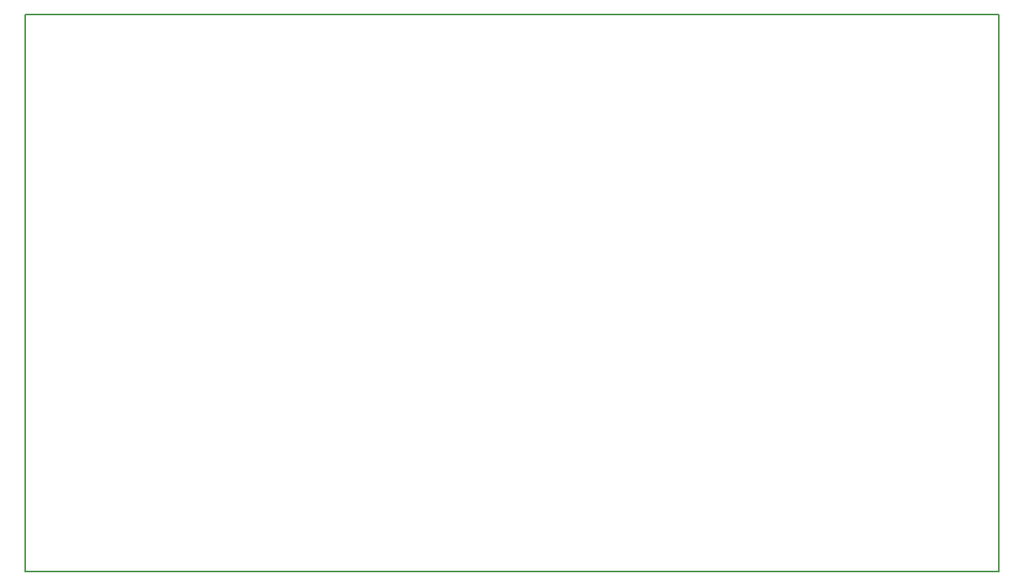
<source format=gm1>
G04 #@! TF.GenerationSoftware,KiCad,Pcbnew,7.0.7*
G04 #@! TF.CreationDate,2023-12-18T21:44:51-05:00*
G04 #@! TF.ProjectId,central_hub,63656e74-7261-46c5-9f68-75622e6b6963,rev?*
G04 #@! TF.SameCoordinates,Original*
G04 #@! TF.FileFunction,Profile,NP*
%FSLAX46Y46*%
G04 Gerber Fmt 4.6, Leading zero omitted, Abs format (unit mm)*
G04 Created by KiCad (PCBNEW 7.0.7) date 2023-12-18 21:44:51*
%MOMM*%
%LPD*%
G01*
G04 APERTURE LIST*
G04 #@! TA.AperFunction,Profile*
%ADD10C,0.200000*%
G04 #@! TD*
G04 APERTURE END LIST*
D10*
X58503167Y-40407206D02*
X166543167Y-40407206D01*
X166543167Y-102147206D01*
X58503167Y-102147206D01*
X58503167Y-40407206D01*
M02*

</source>
